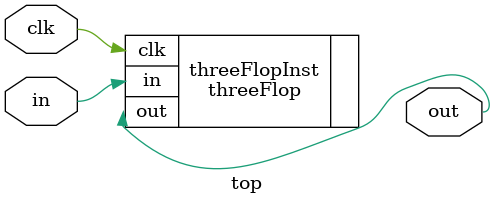
<source format=v>
`timescale 1 ps / 1 ps

module top
   (in,
    out, 
    clk
    );

   input in;
   output out;    
   input clk;

threeFlop threeFlopInst ( .in(in), .out(out), .clk(clk) );

endmodule

</source>
